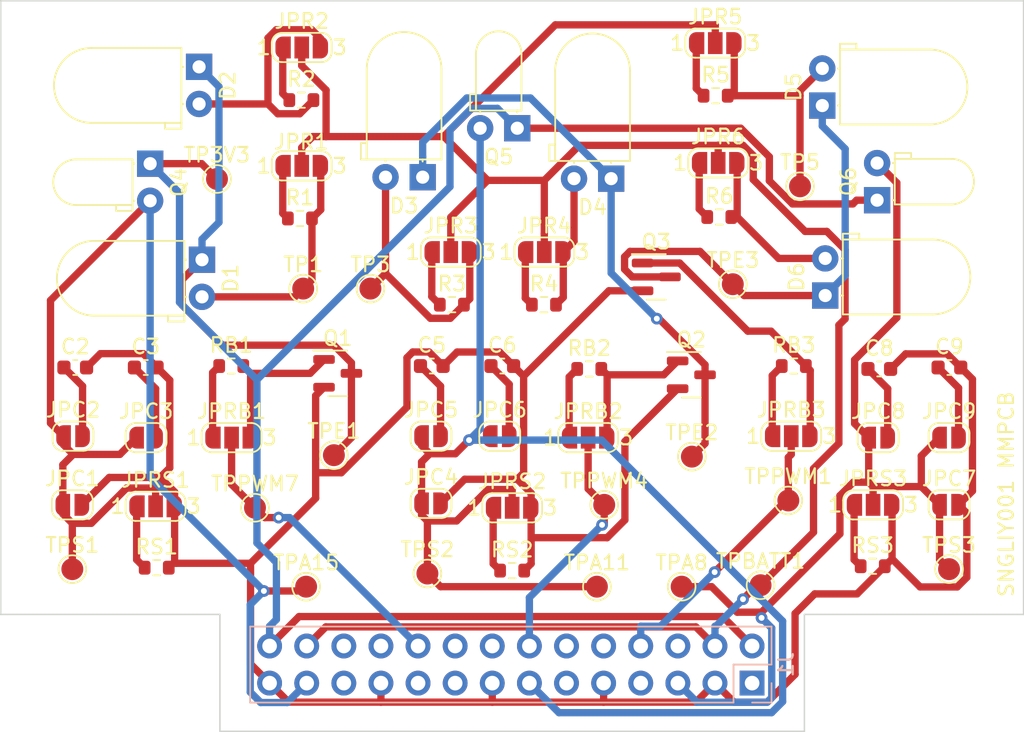
<source format=kicad_pcb>
(kicad_pcb (version 20221018) (generator pcbnew)
  (layers (0 "F.Cu" signal) (31 "B.Cu" signal) (34 "B.Paste" user) (35 "F.Paste" user) (36 "B.SilkS" user "B.Silkscreen") (37 "F.SilkS" user "F.Silkscreen") (38 "B.Mask" user) (39 "F.Mask" user) (44 "Edge.Cuts" user))
  (net 0 "")
  (net 1 "Net-(D1-K)")
  (net 2 "Net-(JPC2-B)")
  (net 3 "GND")
  (net 4 "Net-(D1-A)")
  (net 5 "Net-(JPC3-B)")
  (net 6 "Net-(D2-A)")
  (net 7 "RESV3")
  (net 8 "3V3")
  (net 9 "BATT")
  (net 10 "Analog8")
  (net 11 "RESV2")
  (net 12 "Analog9")
  (net 13 "Analog10")
  (net 14 "Analog11")
  (net 15 "Analog12")
  (net 16 "Analog13")
  (net 17 "Analog14")
  (net 18 "RESV1")
  (net 19 "Analog15")
  (net 20 "Net-(JPR1-A)")
  (net 21 "Net-(JPR2-A)")
  (net 22 "Net-(JPRB1-A)")
  (net 23 "Net-(JPRB1-B)")
  (net 24 "Net-(JPRS1-A)")
  (net 25 "Net-(JPC5-B)")
  (net 26 "Net-(JPC6-B)")
  (net 27 "Net-(JPC8-B)")
  (net 28 "Net-(JPC9-B)")
  (net 29 "Net-(D3-K)")
  (net 30 "Net-(D3-A)")
  (net 31 "Net-(D4-A)")
  (net 32 "Net-(D5-K)")
  (net 33 "Net-(D5-A)")
  (net 34 "Net-(D6-A)")
  (net 35 "PWM1")
  (net 36 "PWM2")
  (net 37 "PWM3")
  (net 38 "PWM4")
  (net 39 "PWM5")
  (net 40 "PWM6")
  (net 41 "PWM7")
  (net 42 "PWM8")
  (net 43 "Net-(JPR3-A)")
  (net 44 "Net-(JPR4-A)")
  (net 45 "Net-(JPR5-A)")
  (net 46 "Net-(JPR6-A)")
  (net 47 "Net-(JPRB2-A)")
  (net 48 "Net-(JPRB2-B)")
  (net 49 "Net-(JPRB3-A)")
  (net 50 "Net-(JPRB3-B)")
  (net 51 "Net-(JPRS2-A)")
  (net 52 "Net-(JPRS3-A)")
  (footprint "Resistor_SMD:R_0603_1608Metric" (layer "F.Cu") (at 169.775 133.8)
    (fp_text reference "RS3")
    (fp_text value "10k")
  )
  (footprint "TestPoint:TestPoint_Pad_D1.5mm" (layer "F.Cu") (at 131 135.2)
    (fp_text reference "TPA15")
    (fp_text value "~")
  )
  (footprint "Jumper:SolderJumper-2_P1.3mm_Open_RoundedPad1.0x1.5mm" (layer "F.Cu") (at 120.05 125)
    (fp_text reference "JPC3")
    (fp_text value "~")
  )
  (footprint "Jumper:SolderJumper-3_P1.3mm_Open_RoundedPad1.0x1.5mm_NumberLabels" (layer "F.Cu") (at 140.9 112.3)
    (fp_text reference "JPR3")
    (fp_text value "~")
  )
  (footprint "Capacitor_SMD:C_0603_1608Metric" (layer "F.Cu") (at 139.6 120.1)
    (fp_text reference "C5")
    (fp_text value "10n")
  )
  (footprint "Resistor_SMD:R_0603_1608Metric" (layer "F.Cu") (at 120.775 133.9)
    (fp_text reference "RS1")
    (fp_text value "10k")
  )
  (footprint "TestPoint:TestPoint_Pad_D1.5mm" (layer "F.Cu") (at 115 134)
    (fp_text reference "TPS1")
    (fp_text value "~")
  )
  (footprint "LED_THT:LED_D5.0mm_Horizontal_O1.27mm_Z3.0mm_Clear" (layer "F.Cu") (at 151.875 107.275 180)
    (fp_text reference "D4")
    (fp_text value "LED")
  )
  (footprint "LED_THT:LED_D3.0mm_Horizontal_O1.27mm_Z2.0mm_Clear" (layer "F.Cu") (at 170.075 108.75 90)
    (fp_text reference "Q6")
    (fp_text value "SFH309")
  )
  (footprint "LED_THT:LED_D5.0mm_Horizontal_O1.27mm_Z3.0mm_Clear" (layer "F.Cu") (at 123.875 112.825 -90)
    (fp_text reference "D1")
    (fp_text value "LED")
  )
  (footprint "TestPoint:TestPoint_Pad_D1.5mm" (layer "F.Cu") (at 162.1 135.1)
    (fp_text reference "TPBATT1")
    (fp_text value "~")
  )
  (footprint "LED_THT:LED_D5.0mm_Horizontal_O1.27mm_Z3.0mm_Clear" (layer "F.Cu") (at 166.325 102.275 90)
    (fp_text reference "D5")
    (fp_text value "LED")
  )
  (footprint "Jumper:SolderJumper-2_P1.3mm_Open_RoundedPad1.0x1.5mm" (layer "F.Cu") (at 115 129.6)
    (fp_text reference "JPC1")
    (fp_text value "~")
  )
  (footprint "Jumper:SolderJumper-2_P1.3mm_Open_RoundedPad1.0x1.5mm" (layer "F.Cu") (at 175 125)
    (fp_text reference "JPC9")
    (fp_text value "~")
  )
  (footprint "Jumper:SolderJumper-3_P1.3mm_Open_RoundedPad1.0x1.5mm_NumberLabels" (layer "F.Cu") (at 125.9 125)
    (fp_text reference "JPRB1")
    (fp_text value "~")
  )
  (footprint "LED_THT:LED_D5.0mm_Horizontal_O1.27mm_Z3.0mm_Clear" (layer "F.Cu") (at 166.525 115.275 90)
    (fp_text reference "D6")
    (fp_text value "LED")
  )
  (footprint "Package_TO_SOT_SMD:SOT-23" (layer "F.Cu") (at 133.1625 120.6)
    (fp_text reference "Q1")
    (fp_text value "MMBT3904")
  )
  (footprint "Resistor_SMD:R_0603_1608Metric" (layer "F.Cu") (at 159.025 101.6)
    (fp_text reference "R5")
    (fp_text value "10")
  )
  (footprint "TestPoint:TestPoint_Pad_D1.5mm" (layer "F.Cu") (at 150.9 135.2)
    (fp_text reference "TPA11")
    (fp_text value "~")
  )
  (footprint "Jumper:SolderJumper-3_P1.3mm_Open_RoundedPad1.0x1.5mm_NumberLabels" (layer "F.Cu") (at 147.3 112.3)
    (fp_text reference "JPR4")
    (fp_text value "~")
  )
  (footprint "Capacitor_SMD:C_0603_1608Metric" (layer "F.Cu") (at 175.025 120.2)
    (fp_text reference "C9")
    (fp_text value "100n")
  )
  (footprint "Jumper:SolderJumper-2_P1.3mm_Open_RoundedPad1.0x1.5mm" (layer "F.Cu") (at 175 129.6)
    (fp_text reference "JPC7")
    (fp_text value "~")
  )
  (footprint "Resistor_SMD:R_0603_1608Metric" (layer "F.Cu") (at 130.575 110)
    (fp_text reference "R1")
    (fp_text value "10")
  )
  (footprint "LED_THT:LED_D5.0mm_Horizontal_O1.27mm_Z3.0mm_Clear" (layer "F.Cu") (at 123.675 99.625 -90)
    (fp_text reference "D2")
    (fp_text value "LED")
  )
  (footprint "Package_TO_SOT_SMD:SOT-23" (layer "F.Cu") (at 157.3625 120.7)
    (fp_text reference "Q2")
    (fp_text value "MMBT3904")
  )
  (footprint "Resistor_SMD:R_0603_1608Metric" (layer "F.Cu") (at 140.975 115.9)
    (fp_text reference "R3")
    (fp_text value "10")
  )
  (footprint "Jumper:SolderJumper-2_P1.3mm_Open_RoundedPad1.0x1.5mm" (layer "F.Cu") (at 170.15 125)
    (fp_text reference "JPC8")
    (fp_text value "~")
  )
  (footprint "TestPoint:TestPoint_Pad_D1.5mm" (layer "F.Cu") (at 132.9 126.2)
    (fp_text reference "TPE1")
    (fp_text value "~")
  )
  (footprint "TestPoint:TestPoint_Pad_D1.5mm" (layer "F.Cu") (at 164.8 107.8)
    (fp_text reference "TP5")
    (fp_text value "~")
  )
  (footprint "TestPoint:TestPoint_Pad_D1.5mm" (layer "F.Cu") (at 124.9 107.3)
    (fp_text reference "TP3V3")
    (fp_text value "~")
  )
  (footprint "TestPoint:TestPoint_Pad_D1.5mm" (layer "F.Cu") (at 156.7 135.2)
    (fp_text reference "TPA8")
    (fp_text value "~")
  )
  (footprint "Resistor_SMD:R_0603_1608Metric" (layer "F.Cu") (at 150.375 120.3)
    (fp_text reference "RB2")
    (fp_text value "270")
  )
  (footprint "Capacitor_SMD:C_0603_1608Metric" (layer "F.Cu") (at 144.425 120.1)
    (fp_text reference "C6")
    (fp_text value "100n")
  )
  (footprint "Jumper:SolderJumper-3_P1.3mm_Open_RoundedPad1.0x1.5mm_NumberLabels" (layer "F.Cu") (at 159.2 106.2)
    (fp_text reference "JPR6")
    (fp_text value "~")
  )
  (footprint "Capacitor_SMD:C_0603_1608Metric" (layer "F.Cu") (at 115.2 120.2)
    (fp_text reference "C2")
    (fp_text value "10n")
  )
  (footprint "Capacitor_SMD:C_0603_1608Metric" (layer "F.Cu") (at 170.225 120.3)
    (fp_text reference "C8")
    (fp_text value "10n")
  )
  (footprint "Resistor_SMD:R_0603_1608Metric" (layer "F.Cu") (at 145.1 134.1)
    (fp_text reference "RS2")
    (fp_text value "10k")
  )
  (footprint "Capacitor_SMD:C_0603_1608Metric" (layer "F.Cu") (at 120.025 120.2)
    (fp_text reference "C3")
    (fp_text value "100n")
  )
  (footprint "Jumper:SolderJumper-3_P1.3mm_Open_RoundedPad1.0x1.5mm_NumberLabels" (layer "F.Cu") (at 150.3 125)
    (fp_text reference "JPRB2")
    (fp_text value "~")
  )
  (footprint "LED_THT:LED_D3.0mm_Horizontal_O1.27mm_Z2.0mm_Clear" (layer "F.Cu") (at 120.325 106.25 -90)
    (fp_text reference "Q4")
    (fp_text value "SFH309")
  )
  (footprint "TestPoint:TestPoint_Pad_D1.5mm" (layer "F.Cu") (at 164 129.3)
    (fp_text reference "TPPWM1")
    (fp_text value "~")
  )
  (footprint "Resistor_SMD:R_0603_1608Metric" (layer "F.Cu") (at 125.875 120.1)
    (fp_text reference "RB1")
    (fp_text value "270")
  )
  (footprint "Resistor_SMD:R_0603_1608Metric" (layer "F.Cu") (at 130.675 101.9)
    (fp_text reference "R2")
    (fp_text value "10")
  )
  (footprint "Resistor_SMD:R_0603_1608Metric" (layer "F.Cu") (at 164.375 120.1)
    (fp_text reference "RB3")
    (fp_text value "270")
  )
  (footprint "Resistor_SMD:R_0603_1608Metric" (layer "F.Cu") (at 147.275 115.9)
    (fp_text reference "R4")
    (fp_text value "10")
  )
  (footprint "Jumper:SolderJumper-2_P1.3mm_Open_RoundedPad1.0x1.5mm" (layer "F.Cu") (at 139.55 124.9)
    (fp_text reference "JPC5")
    (fp_text value "~")
  )
  (footprint "Package_TO_SOT_SMD:SOT-23" (layer "F.Cu") (at 154.9625 114)
    (fp_text reference "Q3")
    (fp_text value "MMBT3904")
  )
  (footprint "TestPoint:TestPoint_Pad_D1.5mm" (layer "F.Cu") (at 157.4 126.3)
    (fp_text reference "TPE2")
    (fp_text value "~")
  )
  (footprint "LED_THT:LED_D3.0mm_Horizontal_O1.27mm_Z2.0mm_Clear" (layer "F.Cu") (at 145.45 103.825 180)
    (fp_text reference "Q5")
    (fp_text value "SFH309")
  )
  (footprint "TestPoint:TestPoint_Pad_D1.5mm" (layer "F.Cu") (at 135.4 114.8)
    (fp_text reference "TP3")
    (fp_text value "~")
  )
  (footprint "Jumper:SolderJumper-3_P1.3mm_Open_RoundedPad1.0x1.5mm_NumberLabels" (layer "F.Cu") (at 159 98)
    (fp_text reference "JPR5")
    (fp_text value "~")
  )
  (footprint "Jumper:SolderJumper-3_P1.3mm_Open_RoundedPad1.0x1.5mm_NumberLabels" (layer "F.Cu") (at 120.7 129.7)
    (fp_text reference "JPRS1")
    (fp_text value "~")
  )
  (footprint "Jumper:SolderJumper-3_P1.3mm_Open_RoundedPad1.0x1.5mm_NumberLabels" (layer "F.Cu") (at 169.8 129.6)
    (fp_text reference "JPRS3")
    (fp_text value "~")
  )
  (footprint "Jumper:SolderJumper-3_P1.3mm_Open_RoundedPad1.0x1.5mm_NumberLabels" (layer "F.Cu") (at 164.2 124.9)
    (fp_text reference "JPRB3")
    (fp_text value "~")
  )
  (footprint "Resistor_SMD:R_0603_1608Metric" (layer "F.Cu") (at 159.275 109.9)
    (fp_text reference "R6")
    (fp_text value "10")
  )
  (footprint "Jumper:SolderJumper-2_P1.3mm_Open_RoundedPad1.0x1.5mm" (layer "F.Cu") (at 144.25 124.9)
    (fp_text reference "JPC6")
    (fp_text value "~")
  )
  (footprint "Jumper:SolderJumper-3_P1.3mm_Open_RoundedPad1.0x1.5mm_NumberLabels" (layer "F.Cu") (at 130.7 98.3)
    (fp_text reference "JPR2")
    (fp_text value "~")
  )
  (footprint "Jumper:SolderJumper-3_P1.3mm_Open_RoundedPad1.0x1.5mm_NumberLabels" (layer "F.Cu") (at 130.7 106.4)
    (fp_text reference "JPR1")
    (fp_text value "~")
  )
  (footprint "LED_THT:LED_D5.0mm_Horizontal_O1.27mm_Z3.0mm_Clear" (layer "F.Cu") (at 138.975 107.175 180)
    (fp_text reference "D3")
    (fp_text value "LED")
  )
  (footprint "TestPoint:TestPoint_Pad_D1.5mm" (layer "F.Cu") (at 175 134)
    (fp_text reference "TPS3")
    (fp_text value "~")
  )
  (footprint "Jumper:SolderJumper-3_P1.3mm_Open_RoundedPad1.0x1.5mm_NumberLabels" (layer "F.Cu") (at 145.1 129.8)
    (fp_text reference "JPRS2")
    (fp_text value "~")
  )
  (footprint "Jumper:SolderJumper-2_P1.3mm_Open_RoundedPad1.0x1.5mm" (layer "F.Cu") (at 139.55 129.5)
    (fp_text reference "JPC4")
    (fp_text value "~")
  )
  (footprint "TestPoint:TestPoint_Pad_D1.5mm" (layer "F.Cu") (at 127.5 129.8)
    (fp_text reference "TPPWM7")
    (fp_text value "~")
  )
  (footprint "TestPoint:TestPoint_Pad_D1.5mm" (layer "F.Cu") (at 151.4 129.6)
    (fp_text reference "TPPWM4")
    (fp_text value "~")
  )
  (footprint "TestPoint:TestPoint_Pad_D1.5mm" (layer "F.Cu") (at 130.8 114.8)
    (fp_text reference "TP1")
    (fp_text value "~")
  )
  (footprint "Jumper:SolderJumper-2_P1.3mm_Open_RoundedPad1.0x1.5mm" (layer "F.Cu") (at 115.05 124.9)
    (fp_text reference "JPC2")
    (fp_text value "~")
  )
  (footprint "TestPoint:TestPoint_Pad_D1.5mm" (layer "F.Cu") (at 160.2 114.5)
    (fp_text reference "TPE3")
    (fp_text value "~")
  )
  (footprint "TestPoint:TestPoint_Pad_D1.5mm" (layer "F.Cu") (at 139.3 134.3)
    (fp_text reference "TPS2")
    (fp_text value "~")
  )
  (footprint "Connector_PinHeader_2.54mm:PinHeader_2x14_P2.54mm_Vertical" (layer "B.Cu") (at 161.52 141.8 90)
    (fp_text reference "J1")
    (fp_text value "Conn_02x14_Odd_Even")
  )
  (gr_line (start 180.1 95.1) (end 110.1 95.1) (stroke (width 0.1)) (layer "Edge.Cuts"))
  (gr_line (start 125.1 137.1) (end 125.1 145.1) (stroke (width 0.1)) (layer "Edge.Cuts"))
  (gr_line (start 110.1 95.1) (end 110.1 137.1) (stroke (width 0.1)) (layer "Edge.Cuts"))
  (gr_line (start 125.1 145.1) (end 165.1 145.1) (stroke (width 0.1)) (layer "Edge.Cuts"))
  (gr_line (start 180.1 137.1) (end 180.1 95.1) (stroke (width 0.1)) (layer "Edge.Cuts"))
  (gr_line (start 165.1 145.1) (end 165.1 137.1) (stroke (width 0.1)) (layer "Edge.Cuts"))
  (gr_line (start 110.1 137.1) (end 125.1 137.1) (stroke (width 0.1)) (layer "Edge.Cuts"))
  (gr_line (start 165.1 137.1) (end 180.1 137.1) (stroke (width 0.1)) (layer "Edge.Cuts"))
  (gr_text "SNGLIY001 MMPCB" (at 179.5 136 90) (layer "F.SilkS") (effects (font (size 1 1)) (justify left bottom)))
  (segment (start 134.1 119.8774) (end 134.1 120.6) (width 0.5) (layer "F.Cu") (net 1))
  (segment (start 122.5096 114.1904) (end 122.5096 115.9216) (width 0.5) (layer "F.Cu") (net 1))
  (segment (start 122.5096 115.9216) (end 125.2613 118.6733) (width 0.5) (layer "F.Cu") (net 1))
  (segment (start 134.1 125) (end 132.9 126.2) (width 0.5) (layer "F.Cu") (net 1))
  (segment (start 132.8959 118.6733) (end 134.1 119.8774) (width 0.5) (layer "F.Cu") (net 1))
  (segment (start 134.1 120.6) (end 134.1 125) (width 0.5) (layer "F.Cu") (net 1))
  (segment (start 123.875 112.825) (end 122.5096 114.1904) (width 0.5) (layer "F.Cu") (net 1))
  (segment (start 125.2613 118.6733) (end 132.8959 118.6733) (width 0.5) (layer "F.Cu") (net 1))
  (segment (start 123.875 112.825) (end 123.875 111.425) (width 0.5) (layer "B.Cu") (net 1))
  (segment (start 125.0359 100.9859) (end 123.675 99.625) (width 0.5) (layer "B.Cu") (net 1))
  (segment (start 125.0359 110.2641) (end 125.0359 100.9859) (width 0.5) (layer "B.Cu") (net 1))
  (segment (start 123.875 111.425) (end 125.0359 110.2641) (width 0.5) (layer "B.Cu") (net 1))
  (segment (start 115.7 121.475) (end 115.7 124.9) (width 0.5) (layer "F.Cu") (net 2))
  (segment (start 114.425 120.2) (end 115.7 121.475) (width 0.5) (layer "F.Cu") (net 2))
  (segment (start 131.6514 127.4041) (end 133.4068 127.4041) (width 0.5) (layer "F.Cu") (net 3))
  (segment (start 176.2169 134.5605) (end 176.2169 130.1669) (width 0.5) (layer "F.Cu") (net 3))
  (segment (start 172.0325 119.2675) (end 174.8675 119.2675) (width 0.5) (layer "F.Cu") (net 3))
  (segment (start 171.1 133.3) (end 173.019 135.219) (width 0.5) (layer "F.Cu") (net 3))
  (segment (start 143.74 143.1019) (end 136.12 143.1019) (width 0.5) (layer "F.Cu") (net 3))
  (segment (start 156.425 121.65) (end 152.816 125.259) (width 0.5) (layer "F.Cu") (net 3))
  (segment (start 122 128.7176) (end 122 129.7) (width 0.5) (layer "F.Cu") (net 3))
  (segment (start 137.9004 119.5324) (end 138.2943 119.1385) (width 0.5) (layer "F.Cu") (net 3))
  (segment (start 164.4618 137.0379) (end 165.8055 135.6942) (width 0.5) (layer "F.Cu") (net 3))
  (segment (start 176.6019 121.0019) (end 175.8 120.2) (width 0.5) (layer "F.Cu") (net 3))
  (segment (start 151.722 114.95) (end 154.025 114.95) (width 0.5) (layer "F.Cu") (net 3))
  (segment (start 158.98 141.8) (end 160.2819 143.1019) (width 0.5) (layer "F.Cu") (net 3))
  (segment (start 160.2819 143.1019) (end 162.56 143.1019) (width 0.5) (layer "F.Cu") (net 3))
  (segment (start 139.4135 119.1385) (end 140.375 120.1) (width 0.5) (layer "F.Cu") (net 3))
  (segment (start 164.4618 141.2001) (end 164.4618 137.0379) (width 0.5) (layer "F.Cu") (net 3))
  (segment (start 140.2 129.5) (end 141.8522 127.8478) (width 0.5) (layer "F.Cu") (net 3))
  (segment (start 117.5254 127.7246) (end 115.65 129.6) (width 0.5) (layer "F.Cu") (net 3))
  (segment (start 151.5999 131.8477) (end 146.4 131.8477) (width 0.5) (layer "F.Cu") (net 3))
  (segment (start 131.6514 129.145) (end 131.6514 127.4041) (width 0.5) (layer "F.Cu") (net 3))
  (segment (start 138.2943 119.1385) (end 139.4135 119.1385) (width 0.5) (layer "F.Cu") (net 3))
  (segment (start 122 133.5) (end 121.6 133.9) (width 0.5) (layer "F.Cu") (net 3))
  (segment (start 116.9234 119.2516) (end 119.8516 119.2516) (width 0.5) (layer "F.Cu") (net 3))
  (segment (start 176.2169 130.1669) (end 175.65 129.6) (width 0.5) (layer "F.Cu") (net 3))
  (segment (start 140.375 120.1) (end 141.3345 119.1405) (width 0.5) (layer "F.Cu") (net 3))
  (segment (start 120.8 120.2) (end 121.6683 121.0683) (width 0.5) (layer "F.Cu") (net 3))
  (segment (start 121.6683 121.0683) (end 121.6683 127.0633) (width 0.5) (layer "F.Cu") (net 3))
  (segment (start 151.36 143.1019) (end 157.6781 143.1019) (width 0.5) (layer "F.Cu") (net 3))
  (segment (start 175.65 129.6) (end 176.6019 128.6481) (width 0.5) (layer "F.Cu") (net 3))
  (segment (start 137.9004 122.9105) (end 137.9004 119.5324) (width 0.5) (layer "F.Cu") (net 3))
  (segment (start 122 129.7) (end 122 133.5) (width 0.5) (layer "F.Cu") (net 3))
  (segment (start 146.4 133.625) (end 145.925 134.1) (width 0.5) (layer "F.Cu") (net 3))
  (segment (start 128.5 141.8) (end 127.197 140.497) (width 0.5) (layer "F.Cu") (net 3))
  (segment (start 165.8055 135.6942) (end 168.7058 135.6942) (width 0.5) (layer "F.Cu") (net 3))
  (segment (start 171.1 129.6) (end 171.1 133.3) (width 0.5) (layer "F.Cu") (net 3))
  (segment (start 152.816 130.6316) (end 151.5999 131.8477) (width 0.5) (layer "F.Cu") (net 3))
  (segment (start 127.197 133.5994) (end 122.0994 133.5994) (width 0.5) (layer "F.Cu") (net 3))
  (segment (start 121.6683 127.0633) (end 121.007 127.7246) (width 0.5) (layer "F.Cu") (net 3))
  (segment (start 151.36 143.1019) (end 143.74 143.1019) (width 0.5) (layer "F.Cu") (net 3))
  (segment (start 129.8019 143.1019) (end 128.5 141.8) (width 0.5) (layer "F.Cu") (net 3))
  (segment (start 171.1 133.3) (end 170.6 133.8) (width 0.5) (layer "F.Cu") (net 3))
  (segment (start 162.56 143.1019) (end 164.4618 141.2001) (width 0.5) (layer "F.Cu") (net 3))
  (segment (start 151.36 141.8) (end 151.36 143.1019) (width 0.5) (layer "F.Cu") (net 3))
  (segment (start 145.4483 127.8478) (end 146.4 128.7995) (width 0.5) (layer "F.Cu") (net 3))
  (segment (start 152.816 125.259) (end 152.816 130.6316) (width 0.5) (layer "F.Cu") (net 3))
  (segment (start 115.975 120.2) (end 116.9234 119.2516) (width 0.5) (layer "F.Cu") (net 3))
  (segment (start 133.4068 127.4041) (end 137.9004 122.9105) (width 0.5) (layer "F.Cu") (net 3))
  (segment (start 146.4 129.8) (end 146.4 131.8477) (width 0.5) (layer "F.Cu") (net 3))
  (segment (start 173.019 135.219) (end 175.5584 135.219) (width 0.5) (layer "F.Cu") (net 3))
  (segment (start 136.12 141.8) (end 136.12 143.1019) (width 0.5) (layer "F.Cu") (net 3))
  (segment (start 143.74 141.8) (end 143.74 143.1019) (width 0.5) (layer "F.Cu") (net 3))
  (segment (start 146.4 128.7995) (end 146.4 129.8) (width 0.5) (layer "F.Cu") (net 3))
  (segment (start 145.886 127.4101) (end 145.4483 127.8478) (width 0.5) (layer "F.Cu") (net 3))
  (segment (start 144.2405 119.1405) (end 145.2 120.1) (width 0.5) (layer "F.Cu") (net 3))
  (segment (start 145.886 120.786) (end 151.722 114.95) (width 0.5) (layer "F.Cu") (net 3))
  (segment (start 136.12 143.1019) (end 129.8019 143.1019) (width 0.5) (layer "F.Cu") (net 3))
  (segment (start 132.225 121.55) (end 131.6514 122.1236) (width 0.5) (layer "F.Cu") (net 3))
  (segment (start 127.197 133.5994) (end 131.6514 129.145) (width 0.5) (layer "F.Cu") (net 3))
  (segment (start 122.0994 133.5994) (end 122 133.5) (width 0.5) (layer "F.Cu") (net 3))
  (segment (start 119.8516 119.2516) (end 120.8 120.2) (width 0.5) (layer "F.Cu") (net 3))
  (segment (start 168.7058 135.6942) (end 170.6 133.8) (width 0.5) (layer "F.Cu") (net 3))
  (segment (start 131.6514 122.1236) (end 131.6514 127.4041) (width 0.5) (layer "F.Cu") (net 3))
  (segment (start 145.2 120.1) (end 145.886 120.786) (width 0.5) (layer "F.Cu") (net 3))
  (segment (start 121.007 127.7246) (end 122 128.7176) (width 0.5) (layer "F.Cu") (net 3))
  (segment (start 171 120.3) (end 172.0325 119.2675) (width 0.5) (layer "F.Cu") (net 3))
  (segment (start 174.8675 119.2675) (end 175.8 120.2) (width 0.5) (layer "F.Cu") (net 3))
  (segment (start 146.4 131.8477) (end 146.4 133.625) (width 0.5) (layer "F.Cu") (net 3))
  (segment (start 141.3345 119.1405) (end 144.2405 119.1405) (width 0.5) (layer "F.Cu") (net 3))
  (segment (start 145.886 120.786) (end 145.886 127.4101) (width 0.5) (layer "F.Cu") (net 3))
  (segment (start 175.5584 135.219) (end 176.2169 134.5605) (width 0.5) (layer "F.Cu") (net 3))
  (segment (start 127.197 140.497) (end 127.197 133.5994) (width 0.5) (layer "F.Cu") (net 3))
  (segment (start 157.6781 143.1019) (end 158.98 141.8) (width 0.5) (layer "F.Cu") (net 3))
  (segment (start 176.6019 128.6481) (end 176.6019 121.0019) (width 0.5) (layer "F.Cu") (net 3))
  (segment (start 141.8522 127.8478) (end 145.4483 127.8478) (width 0.5) (layer "F.Cu") (net 3))
  (segment (start 121.007 127.7246) (end 117.5254 127.7246) (width 0.5) (layer "F.Cu") (net 3))
  (segment (start 132 106.4) (end 132 109.4) (width 0.5) (layer "F.Cu") (net 4))
  (segment (start 130.8 114.8) (end 131.4 114.2) (width 0.5) (layer "F.Cu") (net 4))
  (segment (start 131.4 114.2) (end 131.4 110) (width 0.5) (layer "F.Cu") (net 4))
  (segment (start 123.875 115.365) (end 130.235 115.365) (width 0.5) (layer "F.Cu") (net 4))
  (segment (start 130.235 115.365) (end 130.8 114.8) (width 0.5) (layer "F.Cu") (net 4))
  (segment (start 132 109.4) (end 131.4 110) (width 0.5) (layer "F.Cu") (net 4))
  (segment (start 120.7 121.65) (end 120.7 125) (width 0.5) (layer "F.Cu") (net 5))
  (segment (start 119.25 120.2) (end 120.7 121.65) (width 0.5) (layer "F.Cu") (net 5))
  (segment (start 130.565 102.835) (end 131.5 101.9) (width 0.5) (layer "F.Cu") (net 6))
  (segment (start 123.675 102.165) (end 128.3881 102.165) (width 0.5) (layer "F.Cu") (net 6))
  (segment (start 131.3871 97.0869) (end 128.9568 97.0869) (width 0.5) (layer "F.Cu") (net 6))
  (segment (start 128.3881 97.6556) (end 128.3881 102.165) (width 0.5) (layer "F.Cu") (net 6))
  (segment (start 132 97.6998) (end 131.3871 97.0869) (width 0.5) (layer "F.Cu") (net 6))
  (segment (start 128.3881 102.165) (end 129.0581 102.835) (width 0.5) (layer "F.Cu") (net 6))
  (segment (start 128.9568 97.0869) (end 128.3881 97.6556) (width 0.5) (layer "F.Cu") (net 6))
  (segment (start 129.0581 102.835) (end 130.565 102.835) (width 0.5) (layer "F.Cu") (net 6))
  (segment (start 132 98.3) (end 132 97.6998) (width 0.5) (layer "F.Cu") (net 6))
  (segment (start 120.325 106.25) (end 123.85 106.25) (width 0.5) (layer "F.Cu") (net 8))
  (segment (start 145.45 103.825) (end 160.742 103.825) (width 0.5) (layer "F.Cu") (net 8))
  (segment (start 162.703 105.786) (end 162.703 107.4243) (width 0.5) (layer "F.Cu") (net 8))
  (segment (start 170.075 108.75) (end 168.675 108.75) (width 0.5) (layer "F.Cu") (net 8))
  (segment (start 168.4187 109.0063) (end 168.675 108.75) (width 0.5) (layer "F.Cu") (net 8))
  (segment (start 162.703 107.4243) (end 164.285 109.0063) (width 0.5) (layer "F.Cu") (net 8))
  (segment (start 164.285 109.0063) (end 168.4187 109.0063) (width 0.5) (layer "F.Cu") (net 8))
  (segment (start 130.5161 137.2439) (end 159.5039 137.2439) (width 0.5) (layer "F.Cu") (net 8))
  (segment (start 123.85 106.25) (end 124.9 107.3) (width 0.5) (layer "F.Cu") (net 8))
  (segment (start 128.5 139.26) (end 130.5161 137.2439) (width 0.5) (layer "F.Cu") (net 8))
  (segment (start 159.5039 137.2439) (end 161.52 139.26) (width 0.5) (layer "F.Cu") (net 8))
  (segment (start 160.742 103.825) (end 162.703 105.786) (width 0.5) (layer "F.Cu") (net 8))
  (segment (start 128.5 139.26) (end 128.5 137.91) (width 0.5) (layer "B.Cu") (net 8))
  (segment (start 142.3192 102.4663) (end 144.0913 102.4663) (width 0.5) (layer "B.Cu") (net 8))
  (segment (start 128.8101 133.3834) (end 127.6341 132.2074) (width 0.5) (layer "B.Cu") (net 8))
  (segment (start 128.9671 133.5426) (end 128.8101 133.3856) (width 0.5) (layer "B.Cu") (net 8))
  (segment (start 144.0913 102.4663) (end 145.45 103.825) (width 0.5) (layer "B.Cu") (net 8))
  (segment (start 128.8101 133.3856) (end 128.8101 133.3834) (width 0.5) (layer "B.Cu") (net 8))
  (segment (start 127.6341 121.0364) (end 127.6342 121.0363) (width 0.5) (layer "B.Cu") (net 8))
  (segment (start 127.6342 121.0363) (end 140.8459 107.8246) (width 0.5) (layer "B.Cu") (net 8))
  (segment (start 128.9671 137.4429) (end 128.9671 133.5426) (width 0.5) (layer "B.Cu") (net 8))
  (segment (start 127.6341 132.2074) (end 127.6341 121.0364) (width 0.5) (layer "B.Cu") (net 8))
  (segment (start 122.3337 115.7359) (end 127.6342 121.0363) (width 0.5) (layer "B.Cu") (net 8))
  (segment (start 140.8459 107.8246) (end 140.8459 103.9396) (width 0.5) (layer "B.Cu") (net 8))
  (segment (start 140.8459 103.9396) (end 142.3192 102.4663) (width 0.5) (layer "B.Cu") (net 8))
  (segment (start 128.5 137.91) (end 128.9671 137.4429) (width 0.5) (layer "B.Cu") (net 8))
  (segment (start 120.325 106.25) (end 122.3337 108.2587) (width 0.5) (layer "B.Cu") (net 8))
  (segment (start 122.3337 108.2587) (end 122.3337 115.7359) (width 0.5) (layer "B.Cu") (net 8))
  (segment (start 157.6716 137.9516) (end 158.98 139.26) (width 0.5) (layer "F.Cu") (net 9))
  (segment (start 161.6013 105.6932) (end 161.6013 107.3391) (width 0.5) (layer "F.Cu") (net 9))
  (segment (start 160.8975 136.0569) (end 161.8544 135.1) (width 0.5) (layer "F.Cu") (net 9))
  (segment (start 132.3663 104.3965) (end 132.3663 101.2163) (width 0.5) (layer "F.Cu") (net 9))
  (segment (start 159.2 106.2) (end 159.2 104.9996) (width 0.5) (layer "F.Cu") (net 9))
  (segment (start 165.1498 110.8876) (end 166.6348 110.8876) (width 0.5) (layer "F.Cu") (net 9))
  (segment (start 132.3663 101.2163) (end 130.7 99.55) (width 0.5) (layer "F.Cu") (net 9))
  (segment (start 165.7236 127.1229) (end 165.7236 131.4764) (width 0.5) (layer "F.Cu") (net 9))
  (segment (start 140.4288 104.3965) (end 132.3663 104.3965) (width 0.5) (layer "F.Cu") (net 9))
  (segment (start 159.1985 104.9981) (end 159.2 104.9996) (width 0.5) (layer "F.Cu") (net 9))
  (segment (start 167.46 117.2991) (end 167.46 125.3865) (width 0.5) (layer "F.Cu") (net 9))
  (segment (start 167.46 125.3865) (end 165.7236 127.1229) (width 0.5) (layer "F.Cu") (net 9))
  (segment (start 143.4248 107.3925) (end 140.4288 104.3965) (width 0.5) (layer "F.Cu") (net 9))
  (segment (start 130.7 98.3) (end 130.7 99.55) (width 0.5) (layer "F.Cu") (net 9))
  (segment (start 149.6944 104.9981) (end 159.1985 104.9981) (width 0.5) (layer "F.Cu") (net 9))
  (segment (start 159 98) (end 159 96.75) (width 0.5) (layer "F.Cu") (net 9))
  (segment (start 147.3 111.05) (end 147.3 107.3925) (width 0.5) (layer "F.Cu") (net 9))
  (segment (start 167.8838 112.1366) (end 167.8838 116.8753) (width 0.5) (layer "F.Cu") (net 9))
  (segment (start 148.0551 96.75) (end 159 96.75) (width 0.5) (layer "F.Cu") (net 9))
  (segment (start 130.7 106.4) (end 130.7 105.15) (width 0.5) (layer "F.Cu") (net 9))
  (segment (start 132.3484 137.9516) (end 157.6716 137.9516) (width 0.5) (layer "F.Cu") (net 9))
  (segment (start 140.4288 104.3965) (end 140.4288 104.3763) (width 0.5) (layer "F.Cu") (net 9))
  (segment (start 159.2 104.9996) (end 159.2015 104.9981) (width 0.5) (layer "F.Cu") (net 9))
  (segment (start 140.9 109.9173) (end 140.9 112.3) (width 0.5) (layer "F.Cu") (net 9))
  (segment (start 160.9062 104.9981) (end 161.6013 105.6932) (width 0.5) (layer "F.Cu") (net 9))
  (segment (start 143.4248 107.3925) (end 140.9 109.9173) (width 0.5) (layer "F.Cu") (net 9))
  (segment (start 161.6013 107.3391) (end 165.1498 110.8876) (width 0.5) (layer "F.Cu") (net 9))
  (segment (start 165.7236 131.4764) (end 162.1 135.1) (width 0.5) (layer "F.Cu") (net 9))
  (segment (start 167.8838 116.8753) (end 167.46 117.2991) (width 0.5) (layer "F.Cu") (net 9))
  (segment (start 131.4535 104.3965) (end 130.7 105.15) (width 0.5) (layer "F.Cu") (net 9))
  (segment (start 147.3 107.3925) (end 143.4248 107.3925) (width 0.5) (layer "F.Cu") (net 9))
  (segment (start 140.4288 104.3763) (end 148.0551 96.75) (width 0.5) (layer "F.Cu") (net 9))
  (segment (start 147.3 112.3) (end 147.3 111.05) (width 0.5) (layer "F.Cu") (net 9))
  (segment (start 131.04 139.26) (end 132.3484 137.9516) (width 0.5) (layer "F.Cu") (net 9))
  (segment (start 132.3663 104.3965) (end 131.4535 104.3965) (width 0.5) (layer "F.Cu") (net 9))
  (segment (start 159.2015 104.9981) (end 160.9062 104.9981) (width 0.5) (layer "F.Cu") (net 9))
  (segment (start 166.6348 110.8876) (end 167.8838 112.1366) (width 0.5) (layer "F.Cu") (net 9))
  (segment (start 161.8544 135.1) (end 162.1 135.1) (width 0.5) (layer "F.Cu") (net 9))
  (segment (start 147.3 107.3925) (end 149.6944 104.9981) (width 0.5) (layer "F.Cu") (net 9))
  (via (at 160.8975 136.0569) (size 0.8) (drill 0.4) (layers "F.Cu" "B.Cu") (net 9))
  (segment (start 158.98 137.91) (end 159.0444 137.91) (width 0.5) (layer "B.Cu") (net 9))
  (segment (start 159.0444 137.91) (end 160.8975 136.0569) (width 0.5) (layer "B.Cu") (net 9))
  (segment (start 158.98 139.26) (end 158.98 137.91) (width 0.5) (layer "B.Cu") (net 9))
  (segment (start 168.5358 119.6774) (end 168.5358 124.0358) (width 0.5) (layer "F.Cu") (net 10))
  (segment (start 169.5 128.05) (end 169.5 125) (width 0.5) (layer "F.Cu") (net 10))
  (segment (start 170.075 106.21) (end 171.4269 107.5619) (width 0.5) (layer "F.Cu") (net 10))
  (segment (start 169.8 129.6) (end 169.8 128.35) (width 0.5) (layer "F.Cu") (net 10))
  (segment (start 162.1693 136.9466) (end 162.1693 137.3363) (width 0.5) (layer "F.Cu") (net 10))
  (segment (start 160.4974 136.9466) (end 158.7508 135.2) (width 0.5) (layer "F.Cu") (net 10))
  (segment (start 168.5358 124.0358) (end 169.5 125) (width 0.5) (layer "F.Cu") (net 10))
  (segment (start 171.4269 116.7863) (end 168.5358 119.6774) (width 0.5) (layer "F.Cu") (net 10))
  (segment (start 169.8 128.35) (end 173.1 128.35) (width 0.5) (layer "F.Cu") (net 10))
  (segment (start 175 134) (end 174.35 133.35) (width 0.5) (layer "F.Cu") (net 10))
  (segment (start 169.8 128.35) (end 169.5 128.05) (width 0.5) (layer "F.Cu") (net 10))
  (segment (start 168.4516 128.05) (end 167.5316 128.97) (width 0.5) (layer "F.Cu") (net 10))
  (segment (start 162.1693 136.9466) (end 160.4974 136.9466) (width 0.5) (layer "F.Cu") (net 10))
  (segment (start 173.1 126.25) (end 174.35 125) (width 0.5) (layer "F.Cu") (net 10))
  (segment (start 167.5316 131.5843) (end 162.1693 136.9466) (width 0.5) (layer "F.Cu") (net 10))
  (segment (start 173.1 128.35) (end 173.1 126.25) (width 0.5) (layer "F.Cu") (net 10))
  (segment (start 158.7508 135.2) (end 156.7 135.2) (width 0.5) (layer "F.Cu") (net 10))
  (segment (start 174.35 133.35) (end 174.35 129.6) (width 0.5) (layer "F.Cu") (net 10))
  (segment (start 171.4269 107.5619) (end 171.4269 116.7863) (width 0.5) (layer "F.Cu") (net 10))
  (segment (start 167.5316 128.97) (end 167.5316 131.5843) (width 0.5) (layer "F.Cu") (net 10))
  (segment (start 169.5 128.05) (end 168.4516 128.05) (width 0.5) (layer "F.Cu") (net 10))
  (segment (start 173.1 128.35) (end 174.35 129.6) (width 0.5) (layer "F.Cu") (net 10))
  (via (at 162.1693 137.3363) (size 0.8) (drill 0.4) (layers "F.Cu" "B.Cu") (net 10))
  (segment (start 156.44 141.8) (end 157.7504 143.1104) (width 0.5) (layer "B.Cu") (net 10))
  (segment (start 162.8638 138.0308) (end 162.1693 137.3363) (width 0.5) (layer "B.Cu") (net 10))
  (segment (start 162.5487 143.1104) (end 162.8638 142.7953) (width 0.5) (layer "B.Cu") (net 10))
  (segment (start 157.7504 143.1104) (end 162.5487 143.1104) (width 0.5) (layer "B.Cu") (net 10))
  (segment (start 162.8638 142.7953) (end 162.8638 138.0308) (width 0.5) (layer "B.Cu") (net 10))
  (segment (start 145.1 128.55) (end 143.4482 128.55) (width 0.5) (layer "F.Cu") (net 14))
  (segment (start 139.4638 126.1019) (end 138.9 125.5381) (width 0.5) (layer "F.Cu") (net 14))
  (segment (start 138.9 125.5381) (end 138.9 124.9) (width 0.5) (layer "F.Cu") (net 14))
  (segment (start 142.15 125.1683) (end 141.2164 126.1019) (width 0.5) (layer "F.Cu") (net 14))
  (segment (start 138.9 126.6657) (end 138.9 129.5) (width 0.5) (layer "F.Cu") (net 14))
  (segment (start 138.9 130.3019) (end 138.9 129.5) (width 0.5) (layer "F.Cu") (net 14))
  (segment (start 141.2963 130.7019) (end 139.3 130.7019) (width 0.5) (layer "F.Cu") (net 14))
  (segment (start 145.1 129.8) (end 145.1 128.55) (width 0.5) (layer "F.Cu") (net 14))
  (segment (start 139.4638 126.1019) (end 138.9 126.6657) (width 0.5) (layer "F.Cu") (net 14))
  (segment (start 139.3 130.7019) (end 139.3 134.3) (width 0.5) (layer "F.Cu") (net 14))
  (segment (start 139.3 130.7019) (end 138.9 130.3019) (width 0.5) (layer "F.Cu") (net 14))
  (segment (start 140.2 135.2) (end 139.3 134.3) (width 0.5) (layer "F.Cu") (net 14))
  (segment (start 141.2164 126.1019) (end 139.4638 126.1019) (width 0.5) (layer "F.Cu") (net 14))
  (segment (start 142.15 125.1683) (end 143.3317 125.1683) (width 0.5) (layer "F.Cu") (net 14))
  (segment (start 150.9 135.2) (end 140.2 135.2) (width 0.5) (layer "F.Cu") (net 14))
  (segment (start 143.4482 128.55) (end 141.2963 130.7019) (width 0.5) (layer "F.Cu") (net 14))
  (segment (start 143.3317 125.1683) (end 143.6 124.9) (width 0.5) (layer "F.Cu") (net 14))
  (via (at 142.15 125.1683) (size 0.8) (drill 0.4) (layers "F.Cu" "B.Cu") (net 14))
  (segment (start 163.6091 143.0682) (end 163.6091 137.5552) (width 0.5) (layer "B.Cu") (net 14))
  (segment (start 163.6091 137.5552) (end 151.2222 125.1683) (width 0.5) (layer "B.Cu") (net 14))
  (segment (start 162.855 143.8223) (end 163.6091 143.0682) (width 0.5) (layer "B.Cu") (net 14))
  (segment (start 142.91 124.4083) (end 142.15 125.1683) (width 0.5) (layer "B.Cu") (net 14))
  (segment (start 151.2222 125.1683) (end 142.15 125.1683) (width 0.5) (layer "B.Cu") (net 14))
  (segment (start 148.3023 143.8223) (end 162.855 143.8223) (width 0.5) (layer "B.Cu") (net 14))
  (segment (start 146.28 141.8) (end 148.3023 143.8223) (width 0.5) (layer "B.Cu") (net 14))
  (segment (start 142.91 103.825) (end 142.91 124.4083) (width 0.5) (layer "B.Cu") (net 14))
  (segment (start 128.1082 135.495) (end 130.705 135.495) (width 0.5) (layer "F.Cu") (net 19))
  (segment (start 115.0589 126.148) (end 114.4 125.4891) (width 0.5) (layer "F.Cu") (net 19))
  (segment (start 116.2995 130.8631) (end 118.7126 128.45) (width 0.5) (layer "F.Cu") (net 19))
  (segment (start 113.5067 124.0067) (end 114.4 124.9) (width 0.5) (layer "F.Cu") (net 19))
  (segment (start 115 130.8631) (end 116.2995 130.8631) (width 0.5) (layer "F.Cu") (net 19))
  (segment (start 113.5067 115.6083) (end 113.5067 124.0067) (width 0.5) (layer "F.Cu") (net 19))
  (segment (start 114.35 130.2131) (end 114.35 129.6) (width 0.5) (layer "F.Cu") (net 19))
  (segment (start 120.7 129.7) (end 120.7 128.45) (width 0.5) (layer "F.Cu") (net 19))
  (segment (start 120.325 108.79) (end 113.5067 115.6083) (width 0.5) (layer "F.Cu") (net 19))
  (segment (start 115.0589 126.148) (end 114.35 126.8569) (width 0.5) (layer "F.Cu") (net 19))
  (segment (start 114.35 126.8569) (end 114.35 129.6) (width 0.5) (layer "F.Cu") (net 19))
  (segment (start 130.705 135.495) (end 131 135.2) (width 0.5) (layer "F.Cu") (net 19))
  (segment (start 114.4 125.4891) (end 114.4 124.9) (width 0.5) (layer "F.Cu") (net 19))
  (segment (start 119.4 125) (end 118.252 126.148) (width 0.5) (layer "F.Cu") (net 19))
  (segment (start 115 130.8631) (end 115 134) (width 0.5) (layer "F.Cu") (net 19))
  (segment (start 118.7126 128.45) (end 120.7 128.45) (width 0.5) (layer "F.Cu") (net 19))
  (segment (start 118.252 126.148) (end 115.0589 126.148) (width 0.5) (layer "F.Cu") (net 19))
  (segment (start 115 130.8631) (end 114.35 130.2131) (width 0.5) (layer "F.Cu") (net 19))
  (via (at 128.1082 135.495) (size 0.8) (drill 0.4) (layers "F.Cu" "B.Cu") (net 19))
  (segment (start 120.325 127.7118) (end 128.1082 135.495) (width 0.5) (layer "B.Cu") (net 19))
  (segment (start 129.7116 143.1284) (end 127.8919 143.1284) (width 0.5) (layer "B.Cu") (net 19))
  (segment (start 127.8919 143.1284) (end 127.1771 142.4136) (width 0.5) (layer "B.Cu") (net 19))
  (segment (start 127.1771 142.4136) (end 127.1771 136.4261) (width 0.5) (layer "B.Cu") (net 19))
  (segment (start 131.04 141.8) (end 129.7116 143.1284) (width 0.5) (layer "B.Cu") (net 19))
  (segment (start 120.325 108.79) (end 120.325 127.7118) (width 0.5) (layer "B.Cu") (net 19))
  (segment (start 127.1771 136.4261) (end 128.1082 135.495) (width 0.5) (layer "B.Cu") (net 19))
  (segment (start 129.4 109.65) (end 129.75 110) (width 0.5) (layer "F.Cu") (net 20))
  (segment (start 129.4 106.4) (end 129.4 109.65) (width 0.5) (layer "F.Cu") (net 20))
  (segment (start 129.4 101.45) (end 129.85 101.9) (width 0.5) (layer "F.Cu") (net 21))
  (segment (start 129.4 98.3) (end 129.4 101.45) (width 0.5) (layer "F.Cu") (net 21))
  (segment (start 124.6 125) (end 124.6 120.55) (width 0.5) (layer "F.Cu") (net 22))
  (segment (start 124.6 120.55) (end 125.05 120.1) (width 0.5) (layer "F.Cu") (net 22))
  (segment (start 132.225 119.65) (end 131.275 120.6) (width 0.5) (layer "F.Cu") (net 23))
  (segment (start 127.2 125) (end 127.2 120.6) (width 0.5) (layer "F.Cu") (net 23))
  (segment (start 127.2 120.6) (end 126.7 120.1) (width 0.5) (layer "F.Cu") (net 23))
  (segment (start 131.275 120.6) (end 127.2 120.6) (width 0.5) (layer "F.Cu") (net 23))
  (segment (start 119.4 133.35) (end 119.4 129.7) (width 0.5) (layer "F.Cu") (net 24))
  (segment (start 119.95 133.9) (end 119.4 133.35) (width 0.5) (layer "F.Cu") (net 24))
  (segment (start 140.2 121.475) (end 140.2 124.9) (width 0.5) (layer "F.Cu") (net 25))
  (segment (start 138.825 120.1) (end 140.2 121.475) (width 0.5) (layer "F.Cu") (net 25))
  (segment (start 143.65 120.1) (end 144.9 121.35) (width 0.5) (layer "F.Cu") (net 26))
  (segment (start 144.9 121.35) (end 144.9 124.9) (width 0.5) (layer "F.Cu") (net 26))
  (segment (start 170.8 121.65) (end 170.8 125) (width 0.5) (layer "F.Cu") (net 27))
  (segment (start 169.45 120.3) (end 170.8 121.65) (width 0.5) (layer "F.Cu") (net 27))
  (segment (start 175.65 121.6) (end 175.65 125) (width 0.5) (layer "F.Cu") (net 28))
  (segment (start 174.25 120.2) (end 175.65 121.6) (width 0.5) (layer "F.Cu") (net 28))
  (segment (start 158.3 125.4) (end 158.3 120.7) (width 0.5) (layer "F.Cu") (net 29))
  (segment (start 158.3 120.0145) (end 155.1424 116.8569) (width 0.5) (layer "F.Cu") (net 29))
  (segment (start 155.1424 116.8569) (end 154.9973 116.8569) (width 0.5) (layer "F.Cu") (net 29))
  (segment (start 158.3 120.7) (end 158.3 120.0145) (width 0.5) (layer "F.Cu") (net 29))
  (segment (start 157.4 126.3) (end 158.3 125.4) (width 0.5) (layer "F.Cu") (net 29))
  (via (at 154.9973 116.8569) (size 0.8) (drill 0.4) (layers "F.Cu" "B.Cu") (net 29))
  (segment (start 138.975 107.175) (end 138.975 105.775) (width 0.5) (layer "B.Cu") (net 29))
  (segment (start 151.875 113.7346) (end 151.875 107.275) (width 0.5) (layer "B.Cu") (net 29))
  (segment (start 138.975 104.7779) (end 138.975 105.775) (width 0.5) (layer "B.Cu") (net 29))
  (segment (start 146.3562 101.7562) (end 141.9967 101.7562) (width 0.5) (layer "B.Cu") (net 29))
  (segment (start 151.875 107.275) (end 146.3562 101.7562) (width 0.5) (layer "B.Cu") (net 29))
  (segment (start 141.9967 101.7562) (end 138.975 104.7779) (width 0.5) (layer "B.Cu") (net 29))
  (segment (start 154.9973 116.8569) (end 151.875 113.7346) (width 0.5) (layer "B.Cu") (net 29))
  (segment (start 136.435 113.765) (end 135.4 114.8) (width 0.5) (layer "F.Cu") (net 30))
  (segment (start 139.5033 116.8333) (end 140.8667 116.8333) (width 0.5) (layer "F.Cu") (net 30))
  (segment (start 140.8667 116.8333) (end 141.8 115.9) (width 0.5) (layer "F.Cu") (net 30))
  (segment (start 136.435 107.175) (end 136.435 113.765) (width 0.5) (layer "F.Cu") (net 30))
  (segment (start 142.2 115.5) (end 142.2 112.3) (width 0.5) (layer "F.Cu") (net 30))
  (segment (start 136.435 113.765) (end 139.5033 116.8333) (width 0.5) (layer "F.Cu") (net 30))
  (segment (start 141.8 115.9) (end 142.2 115.5) (width 0.5) (layer "F.Cu") (net 30))
  (segment (start 149.335 107.275) (end 149.335 111.565) (width 0.5) (layer "F.Cu") (net 31))
  (segment (start 149.335 111.565) (end 148.6 112.3) (width 0.5) (layer "F.Cu") (net 31))
  (segment (start 148.6 115.4) (end 148.1 115.9) (width 0.5) (layer "F.Cu") (net 31))
  (segment (start 148.6 112.3) (end 148.6 115.4) (width 0.5) (layer "F.Cu") (net 31))
  (segment (start 166.525 115.275) (end 160.975 115.275) (width 0.5) (layer "F.Cu") (net 32))
  (segment (start 157.9551 112.2551) (end 153.1647 112.2551) (width 0.5) (layer "F.Cu") (net 32))
  (segment (start 153.319 114) (end 155.9 114) (width 0.5) (layer "F.Cu") (net 32))
  (segment (start 160.975 115.275) (end 160.2 114.5) (width 0.5) (layer "F.Cu") (net 32))
  (segment (start 152.794 112.6258) (end 152.794 113.475) (width 0.5) (layer "F.Cu") (net 32))
  (segment (start 153.1647 112.2551) (end 152.794 112.6258) (width 0.5) (layer "F.Cu") (net 32))
  (segment (start 152.794 113.475) (end 153.319 114) (width 0.5) (layer "F.Cu") (net 32))
  (segment (start 160.2 114.5) (end 157.9551 112.2551) (width 0.5) (layer "F.Cu") (net 32))
  (segment (start 166.325 102.275) (end 166.325 103.675) (width 0.5) (layer "B.Cu") (net 32))
  (segment (start 167.8915 105.2415) (end 167.8915 113.9085) (width 0.5) (layer "B.Cu") (net 32))
  (segment (start 167.8915 113.9085) (end 166.525 115.275) (width 0.5) (layer "B.Cu") (net 32))
  (segment (start 166.325 103.675) (end 167.8915 105.2415) (width 0.5) (layer "B.Cu") (net 32))
  (segment (start 164.8 101.26) (end 164.8 101.6) (width 0.5) (layer "F.Cu") (net 33))
  (segment (start 160.3 101.6) (end 159.85 101.6) (width 0.5) (layer "F.Cu") (net 33))
  (segment (start 166.325 99.735) (end 164.8 101.26) (width 0.5) (layer "F.Cu") (net 33))
  (segment (start 164.8 101.6) (end 164.8 107.8) (width 0.5) (layer "F.Cu") (net 33))
  (segment (start 160.3 101.6) (end 160.3 98) (width 0.5) (layer "F.Cu") (net 33))
  (segment (start 164.8 101.6) (end 160.3 101.6) (width 0.5) (layer "F.Cu") (net 33))
  (segment (start 160.5 109.9) (end 160.1 109.9) (width 0.5) (layer "F.Cu") (net 34))
  (segment (start 163.335 112.735) (end 160.5 109.9) (width 0.5) (layer "F.Cu") (net 34))
  (segment (start 166.525 112.735) (end 163.335 112.735) (width 0.5) (layer "F.Cu") (net 34))
  (segment (start 160.5 109.9) (end 160.5 106.2) (width 0.5) (layer "F.Cu") (net 34))
  (segment (start 164 126.35) (end 164.2 126.15) (width 0.5) (layer "F.Cu") (net 35))
  (segment (start 164 129.3) (end 163.86 129.3) (width 0.5) (layer "F.Cu") (net 35))
  (segment (start 164.2 124.9) (end 164.2 126.15) (width 0.5) (layer "F.Cu") (net 35))
  (segment (start 164 129.3) (end 164 126.35) (width 0.5) (layer "F.Cu") (net 35))
  (segment (start 163.86 129.3) (end 158.9567 134.2033) (width 0.5) (layer "F.Cu") (net 35))
  (via (at 158.9567 134.2033) (size 0.8) (drill 0.4) (layers "F.Cu" "B.Cu") (net 35))
  (segment (start 153.9 137.91) (end 155.25 137.91) (width 0.5) (layer "B.Cu") (net 35))
  (segment (start 153.9 139.26) (end 153.9 137.91) (width 0.5) (layer "B.Cu") (net 35))
  (segment (start 155.25 137.91) (end 158.9567 134.2033) (width 0.5) (layer "B.Cu") (net 35))
  (segment (start 151.4 129.6) (end 150.3 128.5) (width 0.5) (layer "F.Cu") (net 38))
  (segment (start 151.4 130.8223) (end 151.4 129.6) (width 0.5) (layer "F.Cu") (net 38))
  (segment (start 150.3 128.5) (end 150.3 125) (width 0.5) (layer "F.Cu") (net 38))
  (segment (start 151.2525 130.9698) (end 151.4 130.8223) (width 0.5) (layer "F.Cu") (net 38))
  (via (at 151.2525 130.9698) (size 0.8) (drill 0.4) (layers "F.Cu" "B.Cu") (net 38))
  (segment (start 146.28 139.26) (end 146.28 135.9423) (width 0.5) (layer "B.Cu") (net 38))
  (segment (start 146.28 135.9423) (end 151.2525 130.9698) (width 0.5) (layer "B.Cu") (net 38))
  (segment (start 127.5 129.8) (end 125.9 128.2) (width 0.5) (layer "F.Cu") (net 41))
  (segment (start 128.1726 130.4726) (end 129.119 130.4726) (width 0.5) (layer "F.Cu") (net 41))
  (segment (start 127.5 129.8) (end 128.1726 130.4726) (width 0.5) (layer "F.Cu") (net 41))
  (segment (start 125.9 128.2) (end 125.9 125) (width 0.5) (layer "F.Cu") (net 41))
  (via (at 129.119 130.4726) (size 0.8) (drill 0.4) (layers "F.Cu" "B.Cu") (net 41))
  (segment (start 129.8726 130.4726) (end 129.119 130.4726) (width 0.5) (layer "B.Cu") (net 41))
  (segment (start 138.66 139.26) (end 129.8726 130.4726) (width 0.5) (layer "B.Cu") (net 41))
  (segment (start 139.6 112.3) (end 139.6 115.35) (width 0.5) (layer "F.Cu") (net 43))
  (segment (start 139.6 115.35) (end 140.15 115.9) (width 0.5) (layer "F.Cu") (net 43))
  (segment (start 146 115.45) (end 146.45 115.9) (width 0.5) (layer "F.Cu") (net 44))
  (segment (start 146 112.3) (end 146 115.45) (width 0.5) (layer "F.Cu") (net 44))
  (segment (start 157.7 98) (end 157.7 101.1) (width 0.5) (layer "F.Cu") (net 45))
  (segment (start 157.7 101.1) (end 158.2 101.6) (width 0.5) (layer "F.Cu") (net 45))
  (segment (start 157.9 106.2) (end 157.9 109.35) (width 0.5) (layer "F.Cu") (net 46))
  (segment (start 157.9 109.35) (end 158.45 109.9) (width 0.5) (layer "F.Cu") (net 46))
  (segment (start 149 125) (end 149 120.85) (width 0.5) (layer "F.Cu") (net 47))
  (segment (start 149 120.85) (end 149.55 120.3) (width 0.5) (layer "F.Cu") (net 47))
  (segment (start 151.6 120.7) (end 151.2 120.3) (width 0.5) (layer "F.Cu") (net 48))
  (segment (start 155.475 120.7) (end 156.425 119.75) (width 0.5) (layer "F.Cu") (net 48))
  (segment (start 151.6 125) (end 151.6 120.7) (width 0.5) (layer "F.Cu") (net 48))
  (segment (start 151.6 120.7) (end 155.475 120.7) (width 0.5) (layer "F.Cu") (net 48))
  (segment (start 162.9 124.9) (end 162.9 120.75) (width 0.5) (layer "F.Cu") (net 49))
  (segment (start 162.9 120.75) (end 163.55 120.1) (width 0.5) (layer "F.Cu") (net 49))
  (segment (start 165.5 120.4) (end 165.2 120.1) (width 0.5) (layer "F.Cu") (net 50))
  (segment (start 162.8123 117.7123) (end 165.2 120.1) (width 0.5) (layer "F.Cu") (net 50))
  (segment (start 156.5631 113.05) (end 161.2254 117.7123) (width 0.5) (layer "F.Cu") (net 50))
  (segment (start 154.025 113.05) (end 156.5631 113.05) (width 0.5) (layer "F.Cu") (net 50))
  (segment (start 165.5 124.9) (end 165.5 120.4) (width 0.5) (layer "F.Cu") (net 50))
  (segment (start 161.2254 117.7123) (end 162.8123 117.7123) (width 0.5) (layer "F.Cu") (net 50))
  (segment (start 143.8 129.8) (end 143.8 133.625) (width 0.5) (layer "F.Cu") (net 51))
  (segment (start 143.8 133.625) (end 144.275 134.1) (width 0.5) (layer "F.Cu") (net 51))
  (segment (start 168.5 133.35) (end 168.5 129.6) (width 0.5) (layer "F.Cu") (net 52))
  (segment (start 168.95 133.8) (end 168.5 133.35) (width 0.5) (layer "F.Cu") (net 52))
)
</source>
